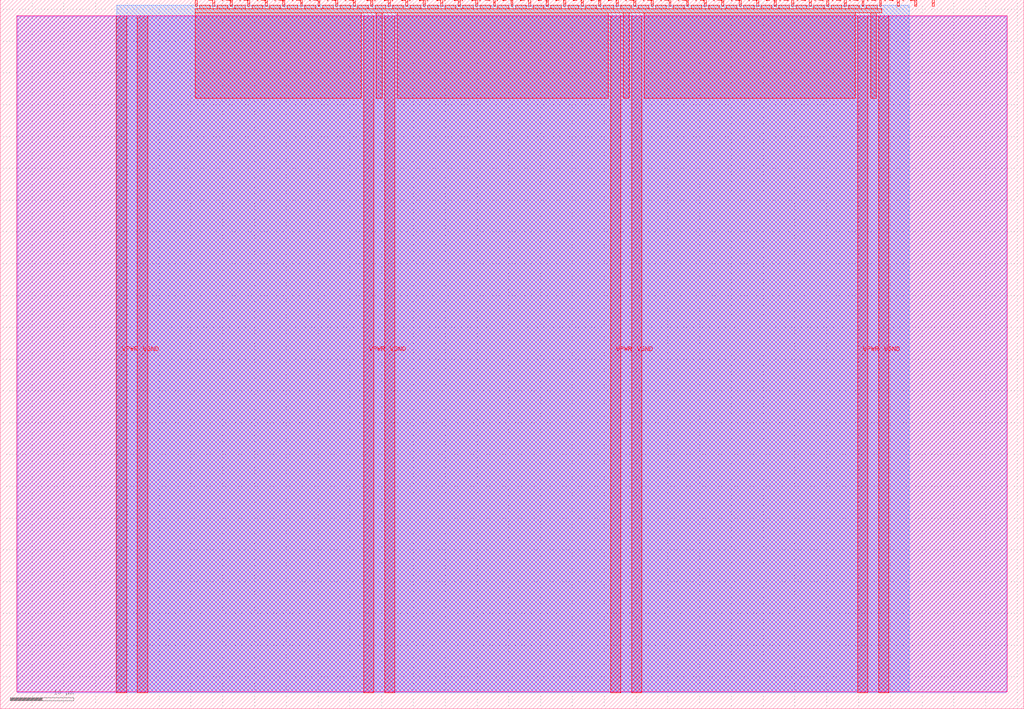
<source format=lef>
VERSION 5.7 ;
  NOWIREEXTENSIONATPIN ON ;
  DIVIDERCHAR "/" ;
  BUSBITCHARS "[]" ;
MACRO tt_um_b_0_array_multiplier
  CLASS BLOCK ;
  FOREIGN tt_um_b_0_array_multiplier ;
  ORIGIN 0.000 0.000 ;
  SIZE 161.000 BY 111.520 ;
  PIN VGND
    DIRECTION INOUT ;
    USE GROUND ;
    PORT
      LAYER met4 ;
        RECT 21.580 2.480 23.180 109.040 ;
    END
    PORT
      LAYER met4 ;
        RECT 60.450 2.480 62.050 109.040 ;
    END
    PORT
      LAYER met4 ;
        RECT 99.320 2.480 100.920 109.040 ;
    END
    PORT
      LAYER met4 ;
        RECT 138.190 2.480 139.790 109.040 ;
    END
  END VGND
  PIN VPWR
    DIRECTION INOUT ;
    USE POWER ;
    PORT
      LAYER met4 ;
        RECT 18.280 2.480 19.880 109.040 ;
    END
    PORT
      LAYER met4 ;
        RECT 57.150 2.480 58.750 109.040 ;
    END
    PORT
      LAYER met4 ;
        RECT 96.020 2.480 97.620 109.040 ;
    END
    PORT
      LAYER met4 ;
        RECT 134.890 2.480 136.490 109.040 ;
    END
  END VPWR
  PIN clk
    DIRECTION INPUT ;
    USE SIGNAL ;
    PORT
      LAYER met4 ;
        RECT 143.830 110.520 144.130 111.520 ;
    END
  END clk
  PIN ena
    DIRECTION INPUT ;
    USE SIGNAL ;
    PORT
      LAYER met4 ;
        RECT 146.590 110.520 146.890 111.520 ;
    END
  END ena
  PIN rst_n
    DIRECTION INPUT ;
    USE SIGNAL ;
    PORT
      LAYER met4 ;
        RECT 141.070 110.520 141.370 111.520 ;
    END
  END rst_n
  PIN ui_in[0]
    DIRECTION INPUT ;
    USE SIGNAL ;
    ANTENNAGATEAREA 0.213000 ;
    PORT
      LAYER met4 ;
        RECT 138.310 110.520 138.610 111.520 ;
    END
  END ui_in[0]
  PIN ui_in[1]
    DIRECTION INPUT ;
    USE SIGNAL ;
    ANTENNAGATEAREA 0.213000 ;
    PORT
      LAYER met4 ;
        RECT 135.550 110.520 135.850 111.520 ;
    END
  END ui_in[1]
  PIN ui_in[2]
    DIRECTION INPUT ;
    USE SIGNAL ;
    ANTENNAGATEAREA 0.213000 ;
    PORT
      LAYER met4 ;
        RECT 132.790 110.520 133.090 111.520 ;
    END
  END ui_in[2]
  PIN ui_in[3]
    DIRECTION INPUT ;
    USE SIGNAL ;
    ANTENNAGATEAREA 0.213000 ;
    PORT
      LAYER met4 ;
        RECT 130.030 110.520 130.330 111.520 ;
    END
  END ui_in[3]
  PIN ui_in[4]
    DIRECTION INPUT ;
    USE SIGNAL ;
    ANTENNAGATEAREA 0.196500 ;
    PORT
      LAYER met4 ;
        RECT 127.270 110.520 127.570 111.520 ;
    END
  END ui_in[4]
  PIN ui_in[5]
    DIRECTION INPUT ;
    USE SIGNAL ;
    ANTENNAGATEAREA 0.126000 ;
    PORT
      LAYER met4 ;
        RECT 124.510 110.520 124.810 111.520 ;
    END
  END ui_in[5]
  PIN ui_in[6]
    DIRECTION INPUT ;
    USE SIGNAL ;
    ANTENNAGATEAREA 0.213000 ;
    PORT
      LAYER met4 ;
        RECT 121.750 110.520 122.050 111.520 ;
    END
  END ui_in[6]
  PIN ui_in[7]
    DIRECTION INPUT ;
    USE SIGNAL ;
    ANTENNAGATEAREA 0.213000 ;
    PORT
      LAYER met4 ;
        RECT 118.990 110.520 119.290 111.520 ;
    END
  END ui_in[7]
  PIN uio_in[0]
    DIRECTION INPUT ;
    USE SIGNAL ;
    PORT
      LAYER met4 ;
        RECT 116.230 110.520 116.530 111.520 ;
    END
  END uio_in[0]
  PIN uio_in[1]
    DIRECTION INPUT ;
    USE SIGNAL ;
    PORT
      LAYER met4 ;
        RECT 113.470 110.520 113.770 111.520 ;
    END
  END uio_in[1]
  PIN uio_in[2]
    DIRECTION INPUT ;
    USE SIGNAL ;
    PORT
      LAYER met4 ;
        RECT 110.710 110.520 111.010 111.520 ;
    END
  END uio_in[2]
  PIN uio_in[3]
    DIRECTION INPUT ;
    USE SIGNAL ;
    PORT
      LAYER met4 ;
        RECT 107.950 110.520 108.250 111.520 ;
    END
  END uio_in[3]
  PIN uio_in[4]
    DIRECTION INPUT ;
    USE SIGNAL ;
    PORT
      LAYER met4 ;
        RECT 105.190 110.520 105.490 111.520 ;
    END
  END uio_in[4]
  PIN uio_in[5]
    DIRECTION INPUT ;
    USE SIGNAL ;
    PORT
      LAYER met4 ;
        RECT 102.430 110.520 102.730 111.520 ;
    END
  END uio_in[5]
  PIN uio_in[6]
    DIRECTION INPUT ;
    USE SIGNAL ;
    PORT
      LAYER met4 ;
        RECT 99.670 110.520 99.970 111.520 ;
    END
  END uio_in[6]
  PIN uio_in[7]
    DIRECTION INPUT ;
    USE SIGNAL ;
    PORT
      LAYER met4 ;
        RECT 96.910 110.520 97.210 111.520 ;
    END
  END uio_in[7]
  PIN uio_oe[0]
    DIRECTION OUTPUT ;
    USE SIGNAL ;
    PORT
      LAYER met4 ;
        RECT 49.990 110.520 50.290 111.520 ;
    END
  END uio_oe[0]
  PIN uio_oe[1]
    DIRECTION OUTPUT ;
    USE SIGNAL ;
    PORT
      LAYER met4 ;
        RECT 47.230 110.520 47.530 111.520 ;
    END
  END uio_oe[1]
  PIN uio_oe[2]
    DIRECTION OUTPUT ;
    USE SIGNAL ;
    PORT
      LAYER met4 ;
        RECT 44.470 110.520 44.770 111.520 ;
    END
  END uio_oe[2]
  PIN uio_oe[3]
    DIRECTION OUTPUT ;
    USE SIGNAL ;
    PORT
      LAYER met4 ;
        RECT 41.710 110.520 42.010 111.520 ;
    END
  END uio_oe[3]
  PIN uio_oe[4]
    DIRECTION OUTPUT ;
    USE SIGNAL ;
    PORT
      LAYER met4 ;
        RECT 38.950 110.520 39.250 111.520 ;
    END
  END uio_oe[4]
  PIN uio_oe[5]
    DIRECTION OUTPUT ;
    USE SIGNAL ;
    PORT
      LAYER met4 ;
        RECT 36.190 110.520 36.490 111.520 ;
    END
  END uio_oe[5]
  PIN uio_oe[6]
    DIRECTION OUTPUT ;
    USE SIGNAL ;
    PORT
      LAYER met4 ;
        RECT 33.430 110.520 33.730 111.520 ;
    END
  END uio_oe[6]
  PIN uio_oe[7]
    DIRECTION OUTPUT ;
    USE SIGNAL ;
    PORT
      LAYER met4 ;
        RECT 30.670 110.520 30.970 111.520 ;
    END
  END uio_oe[7]
  PIN uio_out[0]
    DIRECTION OUTPUT ;
    USE SIGNAL ;
    PORT
      LAYER met4 ;
        RECT 72.070 110.520 72.370 111.520 ;
    END
  END uio_out[0]
  PIN uio_out[1]
    DIRECTION OUTPUT ;
    USE SIGNAL ;
    PORT
      LAYER met4 ;
        RECT 69.310 110.520 69.610 111.520 ;
    END
  END uio_out[1]
  PIN uio_out[2]
    DIRECTION OUTPUT ;
    USE SIGNAL ;
    PORT
      LAYER met4 ;
        RECT 66.550 110.520 66.850 111.520 ;
    END
  END uio_out[2]
  PIN uio_out[3]
    DIRECTION OUTPUT ;
    USE SIGNAL ;
    PORT
      LAYER met4 ;
        RECT 63.790 110.520 64.090 111.520 ;
    END
  END uio_out[3]
  PIN uio_out[4]
    DIRECTION OUTPUT ;
    USE SIGNAL ;
    PORT
      LAYER met4 ;
        RECT 61.030 110.520 61.330 111.520 ;
    END
  END uio_out[4]
  PIN uio_out[5]
    DIRECTION OUTPUT ;
    USE SIGNAL ;
    PORT
      LAYER met4 ;
        RECT 58.270 110.520 58.570 111.520 ;
    END
  END uio_out[5]
  PIN uio_out[6]
    DIRECTION OUTPUT ;
    USE SIGNAL ;
    PORT
      LAYER met4 ;
        RECT 55.510 110.520 55.810 111.520 ;
    END
  END uio_out[6]
  PIN uio_out[7]
    DIRECTION OUTPUT ;
    USE SIGNAL ;
    PORT
      LAYER met4 ;
        RECT 52.750 110.520 53.050 111.520 ;
    END
  END uio_out[7]
  PIN uo_out[0]
    DIRECTION OUTPUT ;
    USE SIGNAL ;
    ANTENNAGATEAREA 0.373500 ;
    ANTENNADIFFAREA 0.924000 ;
    PORT
      LAYER met4 ;
        RECT 94.150 110.520 94.450 111.520 ;
    END
  END uo_out[0]
  PIN uo_out[1]
    DIRECTION OUTPUT ;
    USE SIGNAL ;
    ANTENNADIFFAREA 0.445500 ;
    PORT
      LAYER met4 ;
        RECT 91.390 110.520 91.690 111.520 ;
    END
  END uo_out[1]
  PIN uo_out[2]
    DIRECTION OUTPUT ;
    USE SIGNAL ;
    ANTENNADIFFAREA 0.445500 ;
    PORT
      LAYER met4 ;
        RECT 88.630 110.520 88.930 111.520 ;
    END
  END uo_out[2]
  PIN uo_out[3]
    DIRECTION OUTPUT ;
    USE SIGNAL ;
    ANTENNADIFFAREA 0.445500 ;
    PORT
      LAYER met4 ;
        RECT 85.870 110.520 86.170 111.520 ;
    END
  END uo_out[3]
  PIN uo_out[4]
    DIRECTION OUTPUT ;
    USE SIGNAL ;
    ANTENNADIFFAREA 0.445500 ;
    PORT
      LAYER met4 ;
        RECT 83.110 110.520 83.410 111.520 ;
    END
  END uo_out[4]
  PIN uo_out[5]
    DIRECTION OUTPUT ;
    USE SIGNAL ;
    ANTENNADIFFAREA 0.445500 ;
    PORT
      LAYER met4 ;
        RECT 80.350 110.520 80.650 111.520 ;
    END
  END uo_out[5]
  PIN uo_out[6]
    DIRECTION OUTPUT ;
    USE SIGNAL ;
    ANTENNADIFFAREA 0.445500 ;
    PORT
      LAYER met4 ;
        RECT 77.590 110.520 77.890 111.520 ;
    END
  END uo_out[6]
  PIN uo_out[7]
    DIRECTION OUTPUT ;
    USE SIGNAL ;
    ANTENNADIFFAREA 0.445500 ;
    PORT
      LAYER met4 ;
        RECT 74.830 110.520 75.130 111.520 ;
    END
  END uo_out[7]
  OBS
      LAYER nwell ;
        RECT 2.570 2.635 158.430 108.990 ;
      LAYER li1 ;
        RECT 2.760 2.635 158.240 108.885 ;
      LAYER met1 ;
        RECT 2.760 2.480 158.240 109.040 ;
      LAYER met2 ;
        RECT 18.310 2.535 142.970 110.685 ;
      LAYER met3 ;
        RECT 18.290 2.555 142.995 110.665 ;
      LAYER met4 ;
        RECT 31.370 110.120 33.030 110.665 ;
        RECT 34.130 110.120 35.790 110.665 ;
        RECT 36.890 110.120 38.550 110.665 ;
        RECT 39.650 110.120 41.310 110.665 ;
        RECT 42.410 110.120 44.070 110.665 ;
        RECT 45.170 110.120 46.830 110.665 ;
        RECT 47.930 110.120 49.590 110.665 ;
        RECT 50.690 110.120 52.350 110.665 ;
        RECT 53.450 110.120 55.110 110.665 ;
        RECT 56.210 110.120 57.870 110.665 ;
        RECT 58.970 110.120 60.630 110.665 ;
        RECT 61.730 110.120 63.390 110.665 ;
        RECT 64.490 110.120 66.150 110.665 ;
        RECT 67.250 110.120 68.910 110.665 ;
        RECT 70.010 110.120 71.670 110.665 ;
        RECT 72.770 110.120 74.430 110.665 ;
        RECT 75.530 110.120 77.190 110.665 ;
        RECT 78.290 110.120 79.950 110.665 ;
        RECT 81.050 110.120 82.710 110.665 ;
        RECT 83.810 110.120 85.470 110.665 ;
        RECT 86.570 110.120 88.230 110.665 ;
        RECT 89.330 110.120 90.990 110.665 ;
        RECT 92.090 110.120 93.750 110.665 ;
        RECT 94.850 110.120 96.510 110.665 ;
        RECT 97.610 110.120 99.270 110.665 ;
        RECT 100.370 110.120 102.030 110.665 ;
        RECT 103.130 110.120 104.790 110.665 ;
        RECT 105.890 110.120 107.550 110.665 ;
        RECT 108.650 110.120 110.310 110.665 ;
        RECT 111.410 110.120 113.070 110.665 ;
        RECT 114.170 110.120 115.830 110.665 ;
        RECT 116.930 110.120 118.590 110.665 ;
        RECT 119.690 110.120 121.350 110.665 ;
        RECT 122.450 110.120 124.110 110.665 ;
        RECT 125.210 110.120 126.870 110.665 ;
        RECT 127.970 110.120 129.630 110.665 ;
        RECT 130.730 110.120 132.390 110.665 ;
        RECT 133.490 110.120 135.150 110.665 ;
        RECT 136.250 110.120 137.910 110.665 ;
        RECT 30.655 109.440 138.625 110.120 ;
        RECT 30.655 96.055 56.750 109.440 ;
        RECT 59.150 96.055 60.050 109.440 ;
        RECT 62.450 96.055 95.620 109.440 ;
        RECT 98.020 96.055 98.920 109.440 ;
        RECT 101.320 96.055 134.490 109.440 ;
        RECT 136.890 96.055 137.790 109.440 ;
  END
END tt_um_b_0_array_multiplier
END LIBRARY


</source>
